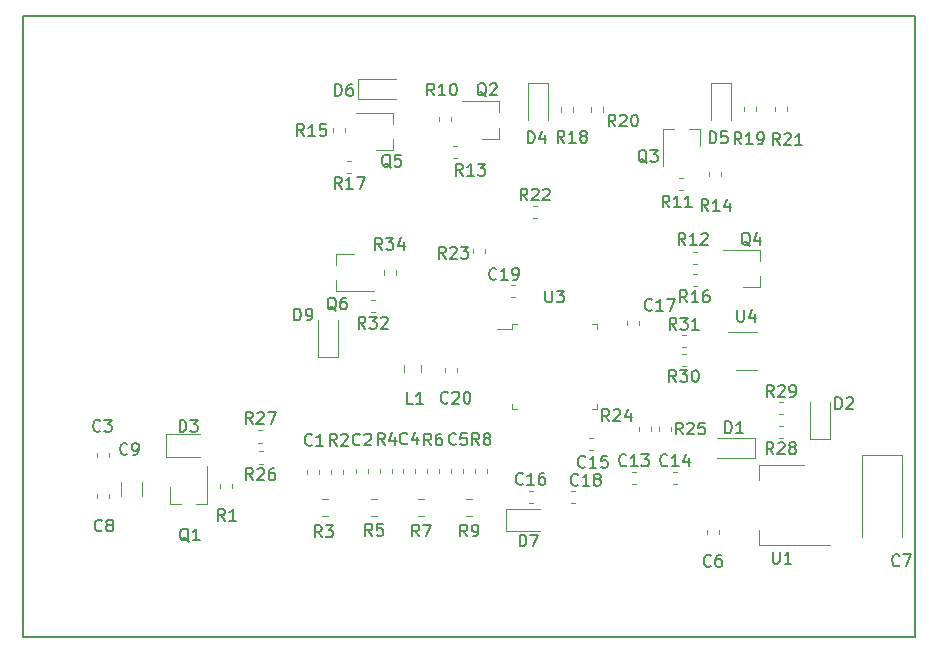
<source format=gbr>
G04 #@! TF.GenerationSoftware,KiCad,Pcbnew,5.1.6*
G04 #@! TF.CreationDate,2020-10-24T20:22:56+03:00*
G04 #@! TF.ProjectId,stm32,73746d33-322e-46b6-9963-61645f706362,rev?*
G04 #@! TF.SameCoordinates,Original*
G04 #@! TF.FileFunction,Legend,Top*
G04 #@! TF.FilePolarity,Positive*
%FSLAX46Y46*%
G04 Gerber Fmt 4.6, Leading zero omitted, Abs format (unit mm)*
G04 Created by KiCad (PCBNEW 5.1.6) date 2020-10-24 20:22:56*
%MOMM*%
%LPD*%
G01*
G04 APERTURE LIST*
G04 #@! TA.AperFunction,Profile*
%ADD10C,0.150000*%
G04 #@! TD*
%ADD11C,0.120000*%
%ADD12C,0.150000*%
G04 APERTURE END LIST*
D10*
X38000000Y-104500000D02*
X38000000Y-52000000D01*
X113500000Y-104500000D02*
X38000000Y-104500000D01*
X113500000Y-52000000D02*
X113500000Y-104500000D01*
X38000000Y-52000000D02*
X113500000Y-52000000D01*
D11*
X62040000Y-90715267D02*
X62040000Y-90372733D01*
X63060000Y-90715267D02*
X63060000Y-90372733D01*
X67187500Y-90679767D02*
X67187500Y-90337233D01*
X66167500Y-90679767D02*
X66167500Y-90337233D01*
X45267000Y-88954233D02*
X45267000Y-89296767D01*
X44247000Y-88954233D02*
X44247000Y-89296767D01*
X70168000Y-90665767D02*
X70168000Y-90323233D01*
X71188000Y-90665767D02*
X71188000Y-90323233D01*
X75252000Y-90651767D02*
X75252000Y-90309233D01*
X74232000Y-90651767D02*
X74232000Y-90309233D01*
X96892500Y-95494733D02*
X96892500Y-95837267D01*
X95872500Y-95494733D02*
X95872500Y-95837267D01*
X108997500Y-89096000D02*
X108997500Y-96031000D01*
X112417500Y-89096000D02*
X108997500Y-89096000D01*
X112417500Y-96031000D02*
X112417500Y-89096000D01*
X44247000Y-92761267D02*
X44247000Y-92418733D01*
X45267000Y-92761267D02*
X45267000Y-92418733D01*
X48080000Y-92607564D02*
X48080000Y-91403436D01*
X46260000Y-92607564D02*
X46260000Y-91403436D01*
X89872267Y-91590000D02*
X89529733Y-91590000D01*
X89872267Y-90570000D02*
X89529733Y-90570000D01*
X93050233Y-91590000D02*
X93392767Y-91590000D01*
X93050233Y-90570000D02*
X93392767Y-90570000D01*
X85938233Y-88732500D02*
X86280767Y-88732500D01*
X85938233Y-87712500D02*
X86280767Y-87712500D01*
X80794733Y-93177500D02*
X81137267Y-93177500D01*
X80794733Y-92157500D02*
X81137267Y-92157500D01*
X90161500Y-78106767D02*
X90161500Y-77764233D01*
X89141500Y-78106767D02*
X89141500Y-77764233D01*
X84350733Y-93177500D02*
X84693267Y-93177500D01*
X84350733Y-92157500D02*
X84693267Y-92157500D01*
X79676767Y-75778500D02*
X79334233Y-75778500D01*
X79676767Y-74758500D02*
X79334233Y-74758500D01*
X74731000Y-82107267D02*
X74731000Y-81764733D01*
X73711000Y-82107267D02*
X73711000Y-81764733D01*
X99930640Y-89390000D02*
X96780640Y-89390000D01*
X99930640Y-87690000D02*
X96780640Y-87690000D01*
X99930640Y-89390000D02*
X99930640Y-87690000D01*
X104613000Y-87793000D02*
X104613000Y-84643000D01*
X106313000Y-87793000D02*
X106313000Y-84643000D01*
X104613000Y-87793000D02*
X106313000Y-87793000D01*
X50127000Y-89309500D02*
X52987000Y-89309500D01*
X50127000Y-87389500D02*
X50127000Y-89309500D01*
X52987000Y-87389500D02*
X50127000Y-87389500D01*
X82411600Y-57602400D02*
X82411600Y-60752400D01*
X80711600Y-57602400D02*
X80711600Y-60752400D01*
X82411600Y-57602400D02*
X80711600Y-57602400D01*
X97905600Y-57602400D02*
X96205600Y-57602400D01*
X96205600Y-57602400D02*
X96205600Y-60752400D01*
X97905600Y-57602400D02*
X97905600Y-60752400D01*
X66372000Y-57273500D02*
X66372000Y-58973500D01*
X66372000Y-58973500D02*
X69522000Y-58973500D01*
X66372000Y-57273500D02*
X69522000Y-57273500D01*
X81761500Y-93676000D02*
X78901500Y-93676000D01*
X78901500Y-93676000D02*
X78901500Y-95596000D01*
X78901500Y-95596000D02*
X81761500Y-95596000D01*
X62931000Y-80824000D02*
X62931000Y-77674000D01*
X64631000Y-80824000D02*
X64631000Y-77674000D01*
X62931000Y-80824000D02*
X64631000Y-80824000D01*
X70272500Y-81538748D02*
X70272500Y-82061252D01*
X71692500Y-81538748D02*
X71692500Y-82061252D01*
X50420000Y-93260000D02*
X50420000Y-91800000D01*
X53580000Y-93260000D02*
X53580000Y-90100000D01*
X53580000Y-93260000D02*
X52650000Y-93260000D01*
X50420000Y-93260000D02*
X51350000Y-93260000D01*
X78281600Y-62332400D02*
X78281600Y-61402400D01*
X78281600Y-59172400D02*
X78281600Y-60102400D01*
X78281600Y-59172400D02*
X75121600Y-59172400D01*
X78281600Y-62332400D02*
X76821600Y-62332400D01*
X95332200Y-61533240D02*
X95332200Y-62993240D01*
X92172200Y-61533240D02*
X92172200Y-64693240D01*
X92172200Y-61533240D02*
X93102200Y-61533240D01*
X95332200Y-61533240D02*
X94402200Y-61533240D01*
X100405000Y-74943500D02*
X100405000Y-74013500D01*
X100405000Y-71783500D02*
X100405000Y-72713500D01*
X100405000Y-71783500D02*
X97245000Y-71783500D01*
X100405000Y-74943500D02*
X98945000Y-74943500D01*
X69340800Y-63297600D02*
X67880800Y-63297600D01*
X69340800Y-60137600D02*
X66180800Y-60137600D01*
X69340800Y-60137600D02*
X69340800Y-61067600D01*
X69340800Y-63297600D02*
X69340800Y-62367600D01*
X64512840Y-72094280D02*
X65972840Y-72094280D01*
X64512840Y-75254280D02*
X67672840Y-75254280D01*
X64512840Y-75254280D02*
X64512840Y-74324280D01*
X64512840Y-72094280D02*
X64512840Y-73024280D01*
X54661000Y-91557733D02*
X54661000Y-91900267D01*
X55681000Y-91557733D02*
X55681000Y-91900267D01*
X64072000Y-90715267D02*
X64072000Y-90372733D01*
X65092000Y-90715267D02*
X65092000Y-90372733D01*
X63295748Y-94252500D02*
X63818252Y-94252500D01*
X63295748Y-92832500D02*
X63818252Y-92832500D01*
X69219500Y-90651767D02*
X69219500Y-90309233D01*
X68199500Y-90651767D02*
X68199500Y-90309233D01*
X67441248Y-92832500D02*
X67963752Y-92832500D01*
X67441248Y-94252500D02*
X67963752Y-94252500D01*
X73220000Y-90679767D02*
X73220000Y-90337233D01*
X72200000Y-90679767D02*
X72200000Y-90337233D01*
X71423748Y-94252500D02*
X71946252Y-94252500D01*
X71423748Y-92832500D02*
X71946252Y-92832500D01*
X77284000Y-90651767D02*
X77284000Y-90309233D01*
X76264000Y-90651767D02*
X76264000Y-90309233D01*
X75487748Y-94252500D02*
X76010252Y-94252500D01*
X75487748Y-92832500D02*
X76010252Y-92832500D01*
X73177600Y-60490933D02*
X73177600Y-60833467D01*
X74197600Y-60490933D02*
X74197600Y-60833467D01*
X93520133Y-66698000D02*
X93862667Y-66698000D01*
X93520133Y-65678000D02*
X93862667Y-65678000D01*
X95043767Y-72921000D02*
X94701233Y-72921000D01*
X95043767Y-71901000D02*
X94701233Y-71901000D01*
X74733867Y-63954800D02*
X74391333Y-63954800D01*
X74733867Y-62934800D02*
X74391333Y-62934800D01*
X97108400Y-65141733D02*
X97108400Y-65484267D01*
X96088400Y-65141733D02*
X96088400Y-65484267D01*
X65206000Y-61456133D02*
X65206000Y-61798667D01*
X64186000Y-61456133D02*
X64186000Y-61798667D01*
X95015767Y-73806000D02*
X94673233Y-73806000D01*
X95015767Y-74826000D02*
X94673233Y-74826000D01*
X65770267Y-64204800D02*
X65427733Y-64204800D01*
X65770267Y-65224800D02*
X65427733Y-65224800D01*
X83540800Y-60048667D02*
X83540800Y-59706133D01*
X84560800Y-60048667D02*
X84560800Y-59706133D01*
X99034800Y-59997867D02*
X99034800Y-59655333D01*
X100054800Y-59997867D02*
X100054800Y-59655333D01*
X87100800Y-60048667D02*
X87100800Y-59706133D01*
X86080800Y-60048667D02*
X86080800Y-59706133D01*
X102645600Y-59997867D02*
X102645600Y-59655333D01*
X101625600Y-59997867D02*
X101625600Y-59655333D01*
X81492267Y-69083500D02*
X81149733Y-69083500D01*
X81492267Y-68063500D02*
X81149733Y-68063500D01*
X76060500Y-71682233D02*
X76060500Y-72024767D01*
X77080500Y-71682233D02*
X77080500Y-72024767D01*
X91114000Y-86767233D02*
X91114000Y-87109767D01*
X90094000Y-86767233D02*
X90094000Y-87109767D01*
X91808500Y-86767233D02*
X91808500Y-87109767D01*
X92828500Y-86767233D02*
X92828500Y-87109767D01*
X57972233Y-88828000D02*
X58314767Y-88828000D01*
X57972233Y-89848000D02*
X58314767Y-89848000D01*
X58251267Y-88070000D02*
X57908733Y-88070000D01*
X58251267Y-87050000D02*
X57908733Y-87050000D01*
X102346267Y-86633000D02*
X102003733Y-86633000D01*
X102346267Y-87653000D02*
X102003733Y-87653000D01*
X102003733Y-84664500D02*
X102346267Y-84664500D01*
X102003733Y-85684500D02*
X102346267Y-85684500D01*
X94091267Y-80537000D02*
X93748733Y-80537000D01*
X94091267Y-81557000D02*
X93748733Y-81557000D01*
X94091267Y-79969500D02*
X93748733Y-79969500D01*
X94091267Y-78949500D02*
X93748733Y-78949500D01*
X67450973Y-77018920D02*
X67793507Y-77018920D01*
X67450973Y-75998920D02*
X67793507Y-75998920D01*
X106324500Y-96776000D02*
X100314500Y-96776000D01*
X104074500Y-89956000D02*
X100314500Y-89956000D01*
X100314500Y-96776000D02*
X100314500Y-95516000D01*
X100314500Y-89956000D02*
X100314500Y-91216000D01*
X79366500Y-78453500D02*
X78076500Y-78453500D01*
X79366500Y-78003500D02*
X79366500Y-78453500D01*
X79816500Y-78003500D02*
X79366500Y-78003500D01*
X86586500Y-78003500D02*
X86586500Y-78453500D01*
X86136500Y-78003500D02*
X86586500Y-78003500D01*
X79366500Y-85223500D02*
X79366500Y-84773500D01*
X79816500Y-85223500D02*
X79366500Y-85223500D01*
X86586500Y-85223500D02*
X86586500Y-84773500D01*
X86136500Y-85223500D02*
X86586500Y-85223500D01*
X100119500Y-78675000D02*
X97669500Y-78675000D01*
X98319500Y-81895000D02*
X100119500Y-81895000D01*
X69535560Y-73849387D02*
X69535560Y-73506853D01*
X68515560Y-73849387D02*
X68515560Y-73506853D01*
D12*
X62446833Y-88248142D02*
X62399214Y-88295761D01*
X62256357Y-88343380D01*
X62161119Y-88343380D01*
X62018261Y-88295761D01*
X61923023Y-88200523D01*
X61875404Y-88105285D01*
X61827785Y-87914809D01*
X61827785Y-87771952D01*
X61875404Y-87581476D01*
X61923023Y-87486238D01*
X62018261Y-87391000D01*
X62161119Y-87343380D01*
X62256357Y-87343380D01*
X62399214Y-87391000D01*
X62446833Y-87438619D01*
X63399214Y-88343380D02*
X62827785Y-88343380D01*
X63113500Y-88343380D02*
X63113500Y-87343380D01*
X63018261Y-87486238D01*
X62923023Y-87581476D01*
X62827785Y-87629095D01*
X66510833Y-88212642D02*
X66463214Y-88260261D01*
X66320357Y-88307880D01*
X66225119Y-88307880D01*
X66082261Y-88260261D01*
X65987023Y-88165023D01*
X65939404Y-88069785D01*
X65891785Y-87879309D01*
X65891785Y-87736452D01*
X65939404Y-87545976D01*
X65987023Y-87450738D01*
X66082261Y-87355500D01*
X66225119Y-87307880D01*
X66320357Y-87307880D01*
X66463214Y-87355500D01*
X66510833Y-87403119D01*
X66891785Y-87403119D02*
X66939404Y-87355500D01*
X67034642Y-87307880D01*
X67272738Y-87307880D01*
X67367976Y-87355500D01*
X67415595Y-87403119D01*
X67463214Y-87498357D01*
X67463214Y-87593595D01*
X67415595Y-87736452D01*
X66844166Y-88307880D01*
X67463214Y-88307880D01*
X44526833Y-87055642D02*
X44479214Y-87103261D01*
X44336357Y-87150880D01*
X44241119Y-87150880D01*
X44098261Y-87103261D01*
X44003023Y-87008023D01*
X43955404Y-86912785D01*
X43907785Y-86722309D01*
X43907785Y-86579452D01*
X43955404Y-86388976D01*
X44003023Y-86293738D01*
X44098261Y-86198500D01*
X44241119Y-86150880D01*
X44336357Y-86150880D01*
X44479214Y-86198500D01*
X44526833Y-86246119D01*
X44860166Y-86150880D02*
X45479214Y-86150880D01*
X45145880Y-86531833D01*
X45288738Y-86531833D01*
X45383976Y-86579452D01*
X45431595Y-86627071D01*
X45479214Y-86722309D01*
X45479214Y-86960404D01*
X45431595Y-87055642D01*
X45383976Y-87103261D01*
X45288738Y-87150880D01*
X45003023Y-87150880D01*
X44907785Y-87103261D01*
X44860166Y-87055642D01*
X70511333Y-88135142D02*
X70463714Y-88182761D01*
X70320857Y-88230380D01*
X70225619Y-88230380D01*
X70082761Y-88182761D01*
X69987523Y-88087523D01*
X69939904Y-87992285D01*
X69892285Y-87801809D01*
X69892285Y-87658952D01*
X69939904Y-87468476D01*
X69987523Y-87373238D01*
X70082761Y-87278000D01*
X70225619Y-87230380D01*
X70320857Y-87230380D01*
X70463714Y-87278000D01*
X70511333Y-87325619D01*
X71368476Y-87563714D02*
X71368476Y-88230380D01*
X71130380Y-87182761D02*
X70892285Y-87897047D01*
X71511333Y-87897047D01*
X74638833Y-88184642D02*
X74591214Y-88232261D01*
X74448357Y-88279880D01*
X74353119Y-88279880D01*
X74210261Y-88232261D01*
X74115023Y-88137023D01*
X74067404Y-88041785D01*
X74019785Y-87851309D01*
X74019785Y-87708452D01*
X74067404Y-87517976D01*
X74115023Y-87422738D01*
X74210261Y-87327500D01*
X74353119Y-87279880D01*
X74448357Y-87279880D01*
X74591214Y-87327500D01*
X74638833Y-87375119D01*
X75543595Y-87279880D02*
X75067404Y-87279880D01*
X75019785Y-87756071D01*
X75067404Y-87708452D01*
X75162642Y-87660833D01*
X75400738Y-87660833D01*
X75495976Y-87708452D01*
X75543595Y-87756071D01*
X75591214Y-87851309D01*
X75591214Y-88089404D01*
X75543595Y-88184642D01*
X75495976Y-88232261D01*
X75400738Y-88279880D01*
X75162642Y-88279880D01*
X75067404Y-88232261D01*
X75019785Y-88184642D01*
X96215833Y-98485642D02*
X96168214Y-98533261D01*
X96025357Y-98580880D01*
X95930119Y-98580880D01*
X95787261Y-98533261D01*
X95692023Y-98438023D01*
X95644404Y-98342785D01*
X95596785Y-98152309D01*
X95596785Y-98009452D01*
X95644404Y-97818976D01*
X95692023Y-97723738D01*
X95787261Y-97628500D01*
X95930119Y-97580880D01*
X96025357Y-97580880D01*
X96168214Y-97628500D01*
X96215833Y-97676119D01*
X97072976Y-97580880D02*
X96882500Y-97580880D01*
X96787261Y-97628500D01*
X96739642Y-97676119D01*
X96644404Y-97818976D01*
X96596785Y-98009452D01*
X96596785Y-98390404D01*
X96644404Y-98485642D01*
X96692023Y-98533261D01*
X96787261Y-98580880D01*
X96977738Y-98580880D01*
X97072976Y-98533261D01*
X97120595Y-98485642D01*
X97168214Y-98390404D01*
X97168214Y-98152309D01*
X97120595Y-98057071D01*
X97072976Y-98009452D01*
X96977738Y-97961833D01*
X96787261Y-97961833D01*
X96692023Y-98009452D01*
X96644404Y-98057071D01*
X96596785Y-98152309D01*
X112188333Y-98448642D02*
X112140714Y-98496261D01*
X111997857Y-98543880D01*
X111902619Y-98543880D01*
X111759761Y-98496261D01*
X111664523Y-98401023D01*
X111616904Y-98305785D01*
X111569285Y-98115309D01*
X111569285Y-97972452D01*
X111616904Y-97781976D01*
X111664523Y-97686738D01*
X111759761Y-97591500D01*
X111902619Y-97543880D01*
X111997857Y-97543880D01*
X112140714Y-97591500D01*
X112188333Y-97639119D01*
X112521666Y-97543880D02*
X113188333Y-97543880D01*
X112759761Y-98543880D01*
X44653833Y-95501142D02*
X44606214Y-95548761D01*
X44463357Y-95596380D01*
X44368119Y-95596380D01*
X44225261Y-95548761D01*
X44130023Y-95453523D01*
X44082404Y-95358285D01*
X44034785Y-95167809D01*
X44034785Y-95024952D01*
X44082404Y-94834476D01*
X44130023Y-94739238D01*
X44225261Y-94644000D01*
X44368119Y-94596380D01*
X44463357Y-94596380D01*
X44606214Y-94644000D01*
X44653833Y-94691619D01*
X45225261Y-95024952D02*
X45130023Y-94977333D01*
X45082404Y-94929714D01*
X45034785Y-94834476D01*
X45034785Y-94786857D01*
X45082404Y-94691619D01*
X45130023Y-94644000D01*
X45225261Y-94596380D01*
X45415738Y-94596380D01*
X45510976Y-94644000D01*
X45558595Y-94691619D01*
X45606214Y-94786857D01*
X45606214Y-94834476D01*
X45558595Y-94929714D01*
X45510976Y-94977333D01*
X45415738Y-95024952D01*
X45225261Y-95024952D01*
X45130023Y-95072571D01*
X45082404Y-95120190D01*
X45034785Y-95215428D01*
X45034785Y-95405904D01*
X45082404Y-95501142D01*
X45130023Y-95548761D01*
X45225261Y-95596380D01*
X45415738Y-95596380D01*
X45510976Y-95548761D01*
X45558595Y-95501142D01*
X45606214Y-95405904D01*
X45606214Y-95215428D01*
X45558595Y-95120190D01*
X45510976Y-95072571D01*
X45415738Y-95024952D01*
X46812833Y-89033642D02*
X46765214Y-89081261D01*
X46622357Y-89128880D01*
X46527119Y-89128880D01*
X46384261Y-89081261D01*
X46289023Y-88986023D01*
X46241404Y-88890785D01*
X46193785Y-88700309D01*
X46193785Y-88557452D01*
X46241404Y-88366976D01*
X46289023Y-88271738D01*
X46384261Y-88176500D01*
X46527119Y-88128880D01*
X46622357Y-88128880D01*
X46765214Y-88176500D01*
X46812833Y-88224119D01*
X47289023Y-89128880D02*
X47479500Y-89128880D01*
X47574738Y-89081261D01*
X47622357Y-89033642D01*
X47717595Y-88890785D01*
X47765214Y-88700309D01*
X47765214Y-88319357D01*
X47717595Y-88224119D01*
X47669976Y-88176500D01*
X47574738Y-88128880D01*
X47384261Y-88128880D01*
X47289023Y-88176500D01*
X47241404Y-88224119D01*
X47193785Y-88319357D01*
X47193785Y-88557452D01*
X47241404Y-88652690D01*
X47289023Y-88700309D01*
X47384261Y-88747928D01*
X47574738Y-88747928D01*
X47669976Y-88700309D01*
X47717595Y-88652690D01*
X47765214Y-88557452D01*
X89058142Y-89976642D02*
X89010523Y-90024261D01*
X88867666Y-90071880D01*
X88772428Y-90071880D01*
X88629571Y-90024261D01*
X88534333Y-89929023D01*
X88486714Y-89833785D01*
X88439095Y-89643309D01*
X88439095Y-89500452D01*
X88486714Y-89309976D01*
X88534333Y-89214738D01*
X88629571Y-89119500D01*
X88772428Y-89071880D01*
X88867666Y-89071880D01*
X89010523Y-89119500D01*
X89058142Y-89167119D01*
X90010523Y-90071880D02*
X89439095Y-90071880D01*
X89724809Y-90071880D02*
X89724809Y-89071880D01*
X89629571Y-89214738D01*
X89534333Y-89309976D01*
X89439095Y-89357595D01*
X90343857Y-89071880D02*
X90962904Y-89071880D01*
X90629571Y-89452833D01*
X90772428Y-89452833D01*
X90867666Y-89500452D01*
X90915285Y-89548071D01*
X90962904Y-89643309D01*
X90962904Y-89881404D01*
X90915285Y-89976642D01*
X90867666Y-90024261D01*
X90772428Y-90071880D01*
X90486714Y-90071880D01*
X90391476Y-90024261D01*
X90343857Y-89976642D01*
X92529142Y-89976642D02*
X92481523Y-90024261D01*
X92338666Y-90071880D01*
X92243428Y-90071880D01*
X92100571Y-90024261D01*
X92005333Y-89929023D01*
X91957714Y-89833785D01*
X91910095Y-89643309D01*
X91910095Y-89500452D01*
X91957714Y-89309976D01*
X92005333Y-89214738D01*
X92100571Y-89119500D01*
X92243428Y-89071880D01*
X92338666Y-89071880D01*
X92481523Y-89119500D01*
X92529142Y-89167119D01*
X93481523Y-90071880D02*
X92910095Y-90071880D01*
X93195809Y-90071880D02*
X93195809Y-89071880D01*
X93100571Y-89214738D01*
X93005333Y-89309976D01*
X92910095Y-89357595D01*
X94338666Y-89405214D02*
X94338666Y-90071880D01*
X94100571Y-89024261D02*
X93862476Y-89738547D01*
X94481523Y-89738547D01*
X85579642Y-90103642D02*
X85532023Y-90151261D01*
X85389166Y-90198880D01*
X85293928Y-90198880D01*
X85151071Y-90151261D01*
X85055833Y-90056023D01*
X85008214Y-89960785D01*
X84960595Y-89770309D01*
X84960595Y-89627452D01*
X85008214Y-89436976D01*
X85055833Y-89341738D01*
X85151071Y-89246500D01*
X85293928Y-89198880D01*
X85389166Y-89198880D01*
X85532023Y-89246500D01*
X85579642Y-89294119D01*
X86532023Y-90198880D02*
X85960595Y-90198880D01*
X86246309Y-90198880D02*
X86246309Y-89198880D01*
X86151071Y-89341738D01*
X86055833Y-89436976D01*
X85960595Y-89484595D01*
X87436785Y-89198880D02*
X86960595Y-89198880D01*
X86912976Y-89675071D01*
X86960595Y-89627452D01*
X87055833Y-89579833D01*
X87293928Y-89579833D01*
X87389166Y-89627452D01*
X87436785Y-89675071D01*
X87484404Y-89770309D01*
X87484404Y-90008404D01*
X87436785Y-90103642D01*
X87389166Y-90151261D01*
X87293928Y-90198880D01*
X87055833Y-90198880D01*
X86960595Y-90151261D01*
X86912976Y-90103642D01*
X80309142Y-91547642D02*
X80261523Y-91595261D01*
X80118666Y-91642880D01*
X80023428Y-91642880D01*
X79880571Y-91595261D01*
X79785333Y-91500023D01*
X79737714Y-91404785D01*
X79690095Y-91214309D01*
X79690095Y-91071452D01*
X79737714Y-90880976D01*
X79785333Y-90785738D01*
X79880571Y-90690500D01*
X80023428Y-90642880D01*
X80118666Y-90642880D01*
X80261523Y-90690500D01*
X80309142Y-90738119D01*
X81261523Y-91642880D02*
X80690095Y-91642880D01*
X80975809Y-91642880D02*
X80975809Y-90642880D01*
X80880571Y-90785738D01*
X80785333Y-90880976D01*
X80690095Y-90928595D01*
X82118666Y-90642880D02*
X81928190Y-90642880D01*
X81832952Y-90690500D01*
X81785333Y-90738119D01*
X81690095Y-90880976D01*
X81642476Y-91071452D01*
X81642476Y-91452404D01*
X81690095Y-91547642D01*
X81737714Y-91595261D01*
X81832952Y-91642880D01*
X82023428Y-91642880D01*
X82118666Y-91595261D01*
X82166285Y-91547642D01*
X82213904Y-91452404D01*
X82213904Y-91214309D01*
X82166285Y-91119071D01*
X82118666Y-91071452D01*
X82023428Y-91023833D01*
X81832952Y-91023833D01*
X81737714Y-91071452D01*
X81690095Y-91119071D01*
X81642476Y-91214309D01*
X91231142Y-76818142D02*
X91183523Y-76865761D01*
X91040666Y-76913380D01*
X90945428Y-76913380D01*
X90802571Y-76865761D01*
X90707333Y-76770523D01*
X90659714Y-76675285D01*
X90612095Y-76484809D01*
X90612095Y-76341952D01*
X90659714Y-76151476D01*
X90707333Y-76056238D01*
X90802571Y-75961000D01*
X90945428Y-75913380D01*
X91040666Y-75913380D01*
X91183523Y-75961000D01*
X91231142Y-76008619D01*
X92183523Y-76913380D02*
X91612095Y-76913380D01*
X91897809Y-76913380D02*
X91897809Y-75913380D01*
X91802571Y-76056238D01*
X91707333Y-76151476D01*
X91612095Y-76199095D01*
X92516857Y-75913380D02*
X93183523Y-75913380D01*
X92754952Y-76913380D01*
X84982142Y-91627642D02*
X84934523Y-91675261D01*
X84791666Y-91722880D01*
X84696428Y-91722880D01*
X84553571Y-91675261D01*
X84458333Y-91580023D01*
X84410714Y-91484785D01*
X84363095Y-91294309D01*
X84363095Y-91151452D01*
X84410714Y-90960976D01*
X84458333Y-90865738D01*
X84553571Y-90770500D01*
X84696428Y-90722880D01*
X84791666Y-90722880D01*
X84934523Y-90770500D01*
X84982142Y-90818119D01*
X85934523Y-91722880D02*
X85363095Y-91722880D01*
X85648809Y-91722880D02*
X85648809Y-90722880D01*
X85553571Y-90865738D01*
X85458333Y-90960976D01*
X85363095Y-91008595D01*
X86505952Y-91151452D02*
X86410714Y-91103833D01*
X86363095Y-91056214D01*
X86315476Y-90960976D01*
X86315476Y-90913357D01*
X86363095Y-90818119D01*
X86410714Y-90770500D01*
X86505952Y-90722880D01*
X86696428Y-90722880D01*
X86791666Y-90770500D01*
X86839285Y-90818119D01*
X86886904Y-90913357D01*
X86886904Y-90960976D01*
X86839285Y-91056214D01*
X86791666Y-91103833D01*
X86696428Y-91151452D01*
X86505952Y-91151452D01*
X86410714Y-91199071D01*
X86363095Y-91246690D01*
X86315476Y-91341928D01*
X86315476Y-91532404D01*
X86363095Y-91627642D01*
X86410714Y-91675261D01*
X86505952Y-91722880D01*
X86696428Y-91722880D01*
X86791666Y-91675261D01*
X86839285Y-91627642D01*
X86886904Y-91532404D01*
X86886904Y-91341928D01*
X86839285Y-91246690D01*
X86791666Y-91199071D01*
X86696428Y-91151452D01*
X78060642Y-74201142D02*
X78013023Y-74248761D01*
X77870166Y-74296380D01*
X77774928Y-74296380D01*
X77632071Y-74248761D01*
X77536833Y-74153523D01*
X77489214Y-74058285D01*
X77441595Y-73867809D01*
X77441595Y-73724952D01*
X77489214Y-73534476D01*
X77536833Y-73439238D01*
X77632071Y-73344000D01*
X77774928Y-73296380D01*
X77870166Y-73296380D01*
X78013023Y-73344000D01*
X78060642Y-73391619D01*
X79013023Y-74296380D02*
X78441595Y-74296380D01*
X78727309Y-74296380D02*
X78727309Y-73296380D01*
X78632071Y-73439238D01*
X78536833Y-73534476D01*
X78441595Y-73582095D01*
X79489214Y-74296380D02*
X79679690Y-74296380D01*
X79774928Y-74248761D01*
X79822547Y-74201142D01*
X79917785Y-74058285D01*
X79965404Y-73867809D01*
X79965404Y-73486857D01*
X79917785Y-73391619D01*
X79870166Y-73344000D01*
X79774928Y-73296380D01*
X79584452Y-73296380D01*
X79489214Y-73344000D01*
X79441595Y-73391619D01*
X79393976Y-73486857D01*
X79393976Y-73724952D01*
X79441595Y-73820190D01*
X79489214Y-73867809D01*
X79584452Y-73915428D01*
X79774928Y-73915428D01*
X79870166Y-73867809D01*
X79917785Y-73820190D01*
X79965404Y-73724952D01*
X73959142Y-84680742D02*
X73911523Y-84728361D01*
X73768666Y-84775980D01*
X73673428Y-84775980D01*
X73530571Y-84728361D01*
X73435333Y-84633123D01*
X73387714Y-84537885D01*
X73340095Y-84347409D01*
X73340095Y-84204552D01*
X73387714Y-84014076D01*
X73435333Y-83918838D01*
X73530571Y-83823600D01*
X73673428Y-83775980D01*
X73768666Y-83775980D01*
X73911523Y-83823600D01*
X73959142Y-83871219D01*
X74340095Y-83871219D02*
X74387714Y-83823600D01*
X74482952Y-83775980D01*
X74721047Y-83775980D01*
X74816285Y-83823600D01*
X74863904Y-83871219D01*
X74911523Y-83966457D01*
X74911523Y-84061695D01*
X74863904Y-84204552D01*
X74292476Y-84775980D01*
X74911523Y-84775980D01*
X75530571Y-83775980D02*
X75625809Y-83775980D01*
X75721047Y-83823600D01*
X75768666Y-83871219D01*
X75816285Y-83966457D01*
X75863904Y-84156933D01*
X75863904Y-84395028D01*
X75816285Y-84585504D01*
X75768666Y-84680742D01*
X75721047Y-84728361D01*
X75625809Y-84775980D01*
X75530571Y-84775980D01*
X75435333Y-84728361D01*
X75387714Y-84680742D01*
X75340095Y-84585504D01*
X75292476Y-84395028D01*
X75292476Y-84156933D01*
X75340095Y-83966457D01*
X75387714Y-83871219D01*
X75435333Y-83823600D01*
X75530571Y-83775980D01*
X97434464Y-87280420D02*
X97434464Y-86280420D01*
X97672560Y-86280420D01*
X97815417Y-86328040D01*
X97910655Y-86423278D01*
X97958274Y-86518516D01*
X98005893Y-86708992D01*
X98005893Y-86851849D01*
X97958274Y-87042325D01*
X97910655Y-87137563D01*
X97815417Y-87232801D01*
X97672560Y-87280420D01*
X97434464Y-87280420D01*
X98958274Y-87280420D02*
X98386845Y-87280420D01*
X98672560Y-87280420D02*
X98672560Y-86280420D01*
X98577321Y-86423278D01*
X98482083Y-86518516D01*
X98386845Y-86566135D01*
X106756904Y-85245880D02*
X106756904Y-84245880D01*
X106995000Y-84245880D01*
X107137857Y-84293500D01*
X107233095Y-84388738D01*
X107280714Y-84483976D01*
X107328333Y-84674452D01*
X107328333Y-84817309D01*
X107280714Y-85007785D01*
X107233095Y-85103023D01*
X107137857Y-85198261D01*
X106995000Y-85245880D01*
X106756904Y-85245880D01*
X107709285Y-84341119D02*
X107756904Y-84293500D01*
X107852142Y-84245880D01*
X108090238Y-84245880D01*
X108185476Y-84293500D01*
X108233095Y-84341119D01*
X108280714Y-84436357D01*
X108280714Y-84531595D01*
X108233095Y-84674452D01*
X107661666Y-85245880D01*
X108280714Y-85245880D01*
X51248904Y-87151880D02*
X51248904Y-86151880D01*
X51487000Y-86151880D01*
X51629857Y-86199500D01*
X51725095Y-86294738D01*
X51772714Y-86389976D01*
X51820333Y-86580452D01*
X51820333Y-86723309D01*
X51772714Y-86913785D01*
X51725095Y-87009023D01*
X51629857Y-87104261D01*
X51487000Y-87151880D01*
X51248904Y-87151880D01*
X52153666Y-86151880D02*
X52772714Y-86151880D01*
X52439380Y-86532833D01*
X52582238Y-86532833D01*
X52677476Y-86580452D01*
X52725095Y-86628071D01*
X52772714Y-86723309D01*
X52772714Y-86961404D01*
X52725095Y-87056642D01*
X52677476Y-87104261D01*
X52582238Y-87151880D01*
X52296523Y-87151880D01*
X52201285Y-87104261D01*
X52153666Y-87056642D01*
X80721904Y-62728780D02*
X80721904Y-61728780D01*
X80960000Y-61728780D01*
X81102857Y-61776400D01*
X81198095Y-61871638D01*
X81245714Y-61966876D01*
X81293333Y-62157352D01*
X81293333Y-62300209D01*
X81245714Y-62490685D01*
X81198095Y-62585923D01*
X81102857Y-62681161D01*
X80960000Y-62728780D01*
X80721904Y-62728780D01*
X82150476Y-62062114D02*
X82150476Y-62728780D01*
X81912380Y-61681161D02*
X81674285Y-62395447D01*
X82293333Y-62395447D01*
X96114304Y-62728780D02*
X96114304Y-61728780D01*
X96352400Y-61728780D01*
X96495257Y-61776400D01*
X96590495Y-61871638D01*
X96638114Y-61966876D01*
X96685733Y-62157352D01*
X96685733Y-62300209D01*
X96638114Y-62490685D01*
X96590495Y-62585923D01*
X96495257Y-62681161D01*
X96352400Y-62728780D01*
X96114304Y-62728780D01*
X97590495Y-61728780D02*
X97114304Y-61728780D01*
X97066685Y-62204971D01*
X97114304Y-62157352D01*
X97209542Y-62109733D01*
X97447638Y-62109733D01*
X97542876Y-62157352D01*
X97590495Y-62204971D01*
X97638114Y-62300209D01*
X97638114Y-62538304D01*
X97590495Y-62633542D01*
X97542876Y-62681161D01*
X97447638Y-62728780D01*
X97209542Y-62728780D01*
X97114304Y-62681161D01*
X97066685Y-62633542D01*
X64415104Y-58715580D02*
X64415104Y-57715580D01*
X64653200Y-57715580D01*
X64796057Y-57763200D01*
X64891295Y-57858438D01*
X64938914Y-57953676D01*
X64986533Y-58144152D01*
X64986533Y-58287009D01*
X64938914Y-58477485D01*
X64891295Y-58572723D01*
X64796057Y-58667961D01*
X64653200Y-58715580D01*
X64415104Y-58715580D01*
X65843676Y-57715580D02*
X65653200Y-57715580D01*
X65557961Y-57763200D01*
X65510342Y-57810819D01*
X65415104Y-57953676D01*
X65367485Y-58144152D01*
X65367485Y-58525104D01*
X65415104Y-58620342D01*
X65462723Y-58667961D01*
X65557961Y-58715580D01*
X65748438Y-58715580D01*
X65843676Y-58667961D01*
X65891295Y-58620342D01*
X65938914Y-58525104D01*
X65938914Y-58287009D01*
X65891295Y-58191771D01*
X65843676Y-58144152D01*
X65748438Y-58096533D01*
X65557961Y-58096533D01*
X65462723Y-58144152D01*
X65415104Y-58191771D01*
X65367485Y-58287009D01*
X80023404Y-96866380D02*
X80023404Y-95866380D01*
X80261500Y-95866380D01*
X80404357Y-95914000D01*
X80499595Y-96009238D01*
X80547214Y-96104476D01*
X80594833Y-96294952D01*
X80594833Y-96437809D01*
X80547214Y-96628285D01*
X80499595Y-96723523D01*
X80404357Y-96818761D01*
X80261500Y-96866380D01*
X80023404Y-96866380D01*
X80928166Y-95866380D02*
X81594833Y-95866380D01*
X81166261Y-96866380D01*
X60947404Y-77725380D02*
X60947404Y-76725380D01*
X61185500Y-76725380D01*
X61328357Y-76773000D01*
X61423595Y-76868238D01*
X61471214Y-76963476D01*
X61518833Y-77153952D01*
X61518833Y-77296809D01*
X61471214Y-77487285D01*
X61423595Y-77582523D01*
X61328357Y-77677761D01*
X61185500Y-77725380D01*
X60947404Y-77725380D01*
X61995023Y-77725380D02*
X62185500Y-77725380D01*
X62280738Y-77677761D01*
X62328357Y-77630142D01*
X62423595Y-77487285D01*
X62471214Y-77296809D01*
X62471214Y-76915857D01*
X62423595Y-76820619D01*
X62375976Y-76773000D01*
X62280738Y-76725380D01*
X62090261Y-76725380D01*
X61995023Y-76773000D01*
X61947404Y-76820619D01*
X61899785Y-76915857D01*
X61899785Y-77153952D01*
X61947404Y-77249190D01*
X61995023Y-77296809D01*
X62090261Y-77344428D01*
X62280738Y-77344428D01*
X62375976Y-77296809D01*
X62423595Y-77249190D01*
X62471214Y-77153952D01*
X70980933Y-84826780D02*
X70504742Y-84826780D01*
X70504742Y-83826780D01*
X71838076Y-84826780D02*
X71266647Y-84826780D01*
X71552361Y-84826780D02*
X71552361Y-83826780D01*
X71457123Y-83969638D01*
X71361885Y-84064876D01*
X71266647Y-84112495D01*
X52027761Y-96453619D02*
X51932523Y-96406000D01*
X51837285Y-96310761D01*
X51694428Y-96167904D01*
X51599190Y-96120285D01*
X51503952Y-96120285D01*
X51551571Y-96358380D02*
X51456333Y-96310761D01*
X51361095Y-96215523D01*
X51313476Y-96025047D01*
X51313476Y-95691714D01*
X51361095Y-95501238D01*
X51456333Y-95406000D01*
X51551571Y-95358380D01*
X51742047Y-95358380D01*
X51837285Y-95406000D01*
X51932523Y-95501238D01*
X51980142Y-95691714D01*
X51980142Y-96025047D01*
X51932523Y-96215523D01*
X51837285Y-96310761D01*
X51742047Y-96358380D01*
X51551571Y-96358380D01*
X52932523Y-96358380D02*
X52361095Y-96358380D01*
X52646809Y-96358380D02*
X52646809Y-95358380D01*
X52551571Y-95501238D01*
X52456333Y-95596476D01*
X52361095Y-95644095D01*
X77199161Y-58760019D02*
X77103923Y-58712400D01*
X77008685Y-58617161D01*
X76865828Y-58474304D01*
X76770590Y-58426685D01*
X76675352Y-58426685D01*
X76722971Y-58664780D02*
X76627733Y-58617161D01*
X76532495Y-58521923D01*
X76484876Y-58331447D01*
X76484876Y-57998114D01*
X76532495Y-57807638D01*
X76627733Y-57712400D01*
X76722971Y-57664780D01*
X76913447Y-57664780D01*
X77008685Y-57712400D01*
X77103923Y-57807638D01*
X77151542Y-57998114D01*
X77151542Y-58331447D01*
X77103923Y-58521923D01*
X77008685Y-58617161D01*
X76913447Y-58664780D01*
X76722971Y-58664780D01*
X77532495Y-57760019D02*
X77580114Y-57712400D01*
X77675352Y-57664780D01*
X77913447Y-57664780D01*
X78008685Y-57712400D01*
X78056304Y-57760019D01*
X78103923Y-57855257D01*
X78103923Y-57950495D01*
X78056304Y-58093352D01*
X77484876Y-58664780D01*
X78103923Y-58664780D01*
X90813561Y-64398819D02*
X90718323Y-64351200D01*
X90623085Y-64255961D01*
X90480228Y-64113104D01*
X90384990Y-64065485D01*
X90289752Y-64065485D01*
X90337371Y-64303580D02*
X90242133Y-64255961D01*
X90146895Y-64160723D01*
X90099276Y-63970247D01*
X90099276Y-63636914D01*
X90146895Y-63446438D01*
X90242133Y-63351200D01*
X90337371Y-63303580D01*
X90527847Y-63303580D01*
X90623085Y-63351200D01*
X90718323Y-63446438D01*
X90765942Y-63636914D01*
X90765942Y-63970247D01*
X90718323Y-64160723D01*
X90623085Y-64255961D01*
X90527847Y-64303580D01*
X90337371Y-64303580D01*
X91099276Y-63303580D02*
X91718323Y-63303580D01*
X91384990Y-63684533D01*
X91527847Y-63684533D01*
X91623085Y-63732152D01*
X91670704Y-63779771D01*
X91718323Y-63875009D01*
X91718323Y-64113104D01*
X91670704Y-64208342D01*
X91623085Y-64255961D01*
X91527847Y-64303580D01*
X91242133Y-64303580D01*
X91146895Y-64255961D01*
X91099276Y-64208342D01*
X99549761Y-71411119D02*
X99454523Y-71363500D01*
X99359285Y-71268261D01*
X99216428Y-71125404D01*
X99121190Y-71077785D01*
X99025952Y-71077785D01*
X99073571Y-71315880D02*
X98978333Y-71268261D01*
X98883095Y-71173023D01*
X98835476Y-70982547D01*
X98835476Y-70649214D01*
X98883095Y-70458738D01*
X98978333Y-70363500D01*
X99073571Y-70315880D01*
X99264047Y-70315880D01*
X99359285Y-70363500D01*
X99454523Y-70458738D01*
X99502142Y-70649214D01*
X99502142Y-70982547D01*
X99454523Y-71173023D01*
X99359285Y-71268261D01*
X99264047Y-71315880D01*
X99073571Y-71315880D01*
X100359285Y-70649214D02*
X100359285Y-71315880D01*
X100121190Y-70268261D02*
X99883095Y-70982547D01*
X100502142Y-70982547D01*
X69121961Y-64805219D02*
X69026723Y-64757600D01*
X68931485Y-64662361D01*
X68788628Y-64519504D01*
X68693390Y-64471885D01*
X68598152Y-64471885D01*
X68645771Y-64709980D02*
X68550533Y-64662361D01*
X68455295Y-64567123D01*
X68407676Y-64376647D01*
X68407676Y-64043314D01*
X68455295Y-63852838D01*
X68550533Y-63757600D01*
X68645771Y-63709980D01*
X68836247Y-63709980D01*
X68931485Y-63757600D01*
X69026723Y-63852838D01*
X69074342Y-64043314D01*
X69074342Y-64376647D01*
X69026723Y-64567123D01*
X68931485Y-64662361D01*
X68836247Y-64709980D01*
X68645771Y-64709980D01*
X69979104Y-63709980D02*
X69502914Y-63709980D01*
X69455295Y-64186171D01*
X69502914Y-64138552D01*
X69598152Y-64090933D01*
X69836247Y-64090933D01*
X69931485Y-64138552D01*
X69979104Y-64186171D01*
X70026723Y-64281409D01*
X70026723Y-64519504D01*
X69979104Y-64614742D01*
X69931485Y-64662361D01*
X69836247Y-64709980D01*
X69598152Y-64709980D01*
X69502914Y-64662361D01*
X69455295Y-64614742D01*
X64500561Y-76893979D02*
X64405323Y-76846360D01*
X64310085Y-76751121D01*
X64167228Y-76608264D01*
X64071990Y-76560645D01*
X63976752Y-76560645D01*
X64024371Y-76798740D02*
X63929133Y-76751121D01*
X63833895Y-76655883D01*
X63786276Y-76465407D01*
X63786276Y-76132074D01*
X63833895Y-75941598D01*
X63929133Y-75846360D01*
X64024371Y-75798740D01*
X64214847Y-75798740D01*
X64310085Y-75846360D01*
X64405323Y-75941598D01*
X64452942Y-76132074D01*
X64452942Y-76465407D01*
X64405323Y-76655883D01*
X64310085Y-76751121D01*
X64214847Y-76798740D01*
X64024371Y-76798740D01*
X65310085Y-75798740D02*
X65119609Y-75798740D01*
X65024371Y-75846360D01*
X64976752Y-75893979D01*
X64881514Y-76036836D01*
X64833895Y-76227312D01*
X64833895Y-76608264D01*
X64881514Y-76703502D01*
X64929133Y-76751121D01*
X65024371Y-76798740D01*
X65214847Y-76798740D01*
X65310085Y-76751121D01*
X65357704Y-76703502D01*
X65405323Y-76608264D01*
X65405323Y-76370169D01*
X65357704Y-76274931D01*
X65310085Y-76227312D01*
X65214847Y-76179693D01*
X65024371Y-76179693D01*
X64929133Y-76227312D01*
X64881514Y-76274931D01*
X64833895Y-76370169D01*
X55067833Y-94707380D02*
X54734500Y-94231190D01*
X54496404Y-94707380D02*
X54496404Y-93707380D01*
X54877357Y-93707380D01*
X54972595Y-93755000D01*
X55020214Y-93802619D01*
X55067833Y-93897857D01*
X55067833Y-94040714D01*
X55020214Y-94135952D01*
X54972595Y-94183571D01*
X54877357Y-94231190D01*
X54496404Y-94231190D01*
X56020214Y-94707380D02*
X55448785Y-94707380D01*
X55734500Y-94707380D02*
X55734500Y-93707380D01*
X55639261Y-93850238D01*
X55544023Y-93945476D01*
X55448785Y-93993095D01*
X64542333Y-88329380D02*
X64209000Y-87853190D01*
X63970904Y-88329380D02*
X63970904Y-87329380D01*
X64351857Y-87329380D01*
X64447095Y-87377000D01*
X64494714Y-87424619D01*
X64542333Y-87519857D01*
X64542333Y-87662714D01*
X64494714Y-87757952D01*
X64447095Y-87805571D01*
X64351857Y-87853190D01*
X63970904Y-87853190D01*
X64923285Y-87424619D02*
X64970904Y-87377000D01*
X65066142Y-87329380D01*
X65304238Y-87329380D01*
X65399476Y-87377000D01*
X65447095Y-87424619D01*
X65494714Y-87519857D01*
X65494714Y-87615095D01*
X65447095Y-87757952D01*
X64875666Y-88329380D01*
X65494714Y-88329380D01*
X63272333Y-96090380D02*
X62939000Y-95614190D01*
X62700904Y-96090380D02*
X62700904Y-95090380D01*
X63081857Y-95090380D01*
X63177095Y-95138000D01*
X63224714Y-95185619D01*
X63272333Y-95280857D01*
X63272333Y-95423714D01*
X63224714Y-95518952D01*
X63177095Y-95566571D01*
X63081857Y-95614190D01*
X62700904Y-95614190D01*
X63605666Y-95090380D02*
X64224714Y-95090380D01*
X63891380Y-95471333D01*
X64034238Y-95471333D01*
X64129476Y-95518952D01*
X64177095Y-95566571D01*
X64224714Y-95661809D01*
X64224714Y-95899904D01*
X64177095Y-95995142D01*
X64129476Y-96042761D01*
X64034238Y-96090380D01*
X63748523Y-96090380D01*
X63653285Y-96042761D01*
X63605666Y-95995142D01*
X68606333Y-88265880D02*
X68273000Y-87789690D01*
X68034904Y-88265880D02*
X68034904Y-87265880D01*
X68415857Y-87265880D01*
X68511095Y-87313500D01*
X68558714Y-87361119D01*
X68606333Y-87456357D01*
X68606333Y-87599214D01*
X68558714Y-87694452D01*
X68511095Y-87742071D01*
X68415857Y-87789690D01*
X68034904Y-87789690D01*
X69463476Y-87599214D02*
X69463476Y-88265880D01*
X69225380Y-87218261D02*
X68987285Y-87932547D01*
X69606333Y-87932547D01*
X67535833Y-95963380D02*
X67202500Y-95487190D01*
X66964404Y-95963380D02*
X66964404Y-94963380D01*
X67345357Y-94963380D01*
X67440595Y-95011000D01*
X67488214Y-95058619D01*
X67535833Y-95153857D01*
X67535833Y-95296714D01*
X67488214Y-95391952D01*
X67440595Y-95439571D01*
X67345357Y-95487190D01*
X66964404Y-95487190D01*
X68440595Y-94963380D02*
X67964404Y-94963380D01*
X67916785Y-95439571D01*
X67964404Y-95391952D01*
X68059642Y-95344333D01*
X68297738Y-95344333D01*
X68392976Y-95391952D01*
X68440595Y-95439571D01*
X68488214Y-95534809D01*
X68488214Y-95772904D01*
X68440595Y-95868142D01*
X68392976Y-95915761D01*
X68297738Y-95963380D01*
X68059642Y-95963380D01*
X67964404Y-95915761D01*
X67916785Y-95868142D01*
X72543333Y-88307880D02*
X72210000Y-87831690D01*
X71971904Y-88307880D02*
X71971904Y-87307880D01*
X72352857Y-87307880D01*
X72448095Y-87355500D01*
X72495714Y-87403119D01*
X72543333Y-87498357D01*
X72543333Y-87641214D01*
X72495714Y-87736452D01*
X72448095Y-87784071D01*
X72352857Y-87831690D01*
X71971904Y-87831690D01*
X73400476Y-87307880D02*
X73210000Y-87307880D01*
X73114761Y-87355500D01*
X73067142Y-87403119D01*
X72971904Y-87545976D01*
X72924285Y-87736452D01*
X72924285Y-88117404D01*
X72971904Y-88212642D01*
X73019523Y-88260261D01*
X73114761Y-88307880D01*
X73305238Y-88307880D01*
X73400476Y-88260261D01*
X73448095Y-88212642D01*
X73495714Y-88117404D01*
X73495714Y-87879309D01*
X73448095Y-87784071D01*
X73400476Y-87736452D01*
X73305238Y-87688833D01*
X73114761Y-87688833D01*
X73019523Y-87736452D01*
X72971904Y-87784071D01*
X72924285Y-87879309D01*
X71518333Y-96026880D02*
X71185000Y-95550690D01*
X70946904Y-96026880D02*
X70946904Y-95026880D01*
X71327857Y-95026880D01*
X71423095Y-95074500D01*
X71470714Y-95122119D01*
X71518333Y-95217357D01*
X71518333Y-95360214D01*
X71470714Y-95455452D01*
X71423095Y-95503071D01*
X71327857Y-95550690D01*
X70946904Y-95550690D01*
X71851666Y-95026880D02*
X72518333Y-95026880D01*
X72089761Y-96026880D01*
X76607333Y-88279880D02*
X76274000Y-87803690D01*
X76035904Y-88279880D02*
X76035904Y-87279880D01*
X76416857Y-87279880D01*
X76512095Y-87327500D01*
X76559714Y-87375119D01*
X76607333Y-87470357D01*
X76607333Y-87613214D01*
X76559714Y-87708452D01*
X76512095Y-87756071D01*
X76416857Y-87803690D01*
X76035904Y-87803690D01*
X77178761Y-87708452D02*
X77083523Y-87660833D01*
X77035904Y-87613214D01*
X76988285Y-87517976D01*
X76988285Y-87470357D01*
X77035904Y-87375119D01*
X77083523Y-87327500D01*
X77178761Y-87279880D01*
X77369238Y-87279880D01*
X77464476Y-87327500D01*
X77512095Y-87375119D01*
X77559714Y-87470357D01*
X77559714Y-87517976D01*
X77512095Y-87613214D01*
X77464476Y-87660833D01*
X77369238Y-87708452D01*
X77178761Y-87708452D01*
X77083523Y-87756071D01*
X77035904Y-87803690D01*
X76988285Y-87898928D01*
X76988285Y-88089404D01*
X77035904Y-88184642D01*
X77083523Y-88232261D01*
X77178761Y-88279880D01*
X77369238Y-88279880D01*
X77464476Y-88232261D01*
X77512095Y-88184642D01*
X77559714Y-88089404D01*
X77559714Y-87898928D01*
X77512095Y-87803690D01*
X77464476Y-87756071D01*
X77369238Y-87708452D01*
X75582333Y-96026880D02*
X75249000Y-95550690D01*
X75010904Y-96026880D02*
X75010904Y-95026880D01*
X75391857Y-95026880D01*
X75487095Y-95074500D01*
X75534714Y-95122119D01*
X75582333Y-95217357D01*
X75582333Y-95360214D01*
X75534714Y-95455452D01*
X75487095Y-95503071D01*
X75391857Y-95550690D01*
X75010904Y-95550690D01*
X76058523Y-96026880D02*
X76249000Y-96026880D01*
X76344238Y-95979261D01*
X76391857Y-95931642D01*
X76487095Y-95788785D01*
X76534714Y-95598309D01*
X76534714Y-95217357D01*
X76487095Y-95122119D01*
X76439476Y-95074500D01*
X76344238Y-95026880D01*
X76153761Y-95026880D01*
X76058523Y-95074500D01*
X76010904Y-95122119D01*
X75963285Y-95217357D01*
X75963285Y-95455452D01*
X76010904Y-95550690D01*
X76058523Y-95598309D01*
X76153761Y-95645928D01*
X76344238Y-95645928D01*
X76439476Y-95598309D01*
X76487095Y-95550690D01*
X76534714Y-95455452D01*
X72790742Y-58687580D02*
X72457409Y-58211390D01*
X72219314Y-58687580D02*
X72219314Y-57687580D01*
X72600266Y-57687580D01*
X72695504Y-57735200D01*
X72743123Y-57782819D01*
X72790742Y-57878057D01*
X72790742Y-58020914D01*
X72743123Y-58116152D01*
X72695504Y-58163771D01*
X72600266Y-58211390D01*
X72219314Y-58211390D01*
X73743123Y-58687580D02*
X73171695Y-58687580D01*
X73457409Y-58687580D02*
X73457409Y-57687580D01*
X73362171Y-57830438D01*
X73266933Y-57925676D01*
X73171695Y-57973295D01*
X74362171Y-57687580D02*
X74457409Y-57687580D01*
X74552647Y-57735200D01*
X74600266Y-57782819D01*
X74647885Y-57878057D01*
X74695504Y-58068533D01*
X74695504Y-58306628D01*
X74647885Y-58497104D01*
X74600266Y-58592342D01*
X74552647Y-58639961D01*
X74457409Y-58687580D01*
X74362171Y-58687580D01*
X74266933Y-58639961D01*
X74219314Y-58592342D01*
X74171695Y-58497104D01*
X74124076Y-58306628D01*
X74124076Y-58068533D01*
X74171695Y-57878057D01*
X74219314Y-57782819D01*
X74266933Y-57735200D01*
X74362171Y-57687580D01*
X92704342Y-68164380D02*
X92371009Y-67688190D01*
X92132914Y-68164380D02*
X92132914Y-67164380D01*
X92513866Y-67164380D01*
X92609104Y-67212000D01*
X92656723Y-67259619D01*
X92704342Y-67354857D01*
X92704342Y-67497714D01*
X92656723Y-67592952D01*
X92609104Y-67640571D01*
X92513866Y-67688190D01*
X92132914Y-67688190D01*
X93656723Y-68164380D02*
X93085295Y-68164380D01*
X93371009Y-68164380D02*
X93371009Y-67164380D01*
X93275771Y-67307238D01*
X93180533Y-67402476D01*
X93085295Y-67450095D01*
X94609104Y-68164380D02*
X94037676Y-68164380D01*
X94323390Y-68164380D02*
X94323390Y-67164380D01*
X94228152Y-67307238D01*
X94132914Y-67402476D01*
X94037676Y-67450095D01*
X94053142Y-71339380D02*
X93719809Y-70863190D01*
X93481714Y-71339380D02*
X93481714Y-70339380D01*
X93862666Y-70339380D01*
X93957904Y-70387000D01*
X94005523Y-70434619D01*
X94053142Y-70529857D01*
X94053142Y-70672714D01*
X94005523Y-70767952D01*
X93957904Y-70815571D01*
X93862666Y-70863190D01*
X93481714Y-70863190D01*
X95005523Y-71339380D02*
X94434095Y-71339380D01*
X94719809Y-71339380D02*
X94719809Y-70339380D01*
X94624571Y-70482238D01*
X94529333Y-70577476D01*
X94434095Y-70625095D01*
X95386476Y-70434619D02*
X95434095Y-70387000D01*
X95529333Y-70339380D01*
X95767428Y-70339380D01*
X95862666Y-70387000D01*
X95910285Y-70434619D01*
X95957904Y-70529857D01*
X95957904Y-70625095D01*
X95910285Y-70767952D01*
X95338857Y-71339380D01*
X95957904Y-71339380D01*
X75203142Y-65469880D02*
X74869809Y-64993690D01*
X74631714Y-65469880D02*
X74631714Y-64469880D01*
X75012666Y-64469880D01*
X75107904Y-64517500D01*
X75155523Y-64565119D01*
X75203142Y-64660357D01*
X75203142Y-64803214D01*
X75155523Y-64898452D01*
X75107904Y-64946071D01*
X75012666Y-64993690D01*
X74631714Y-64993690D01*
X76155523Y-65469880D02*
X75584095Y-65469880D01*
X75869809Y-65469880D02*
X75869809Y-64469880D01*
X75774571Y-64612738D01*
X75679333Y-64707976D01*
X75584095Y-64755595D01*
X76488857Y-64469880D02*
X77107904Y-64469880D01*
X76774571Y-64850833D01*
X76917428Y-64850833D01*
X77012666Y-64898452D01*
X77060285Y-64946071D01*
X77107904Y-65041309D01*
X77107904Y-65279404D01*
X77060285Y-65374642D01*
X77012666Y-65422261D01*
X76917428Y-65469880D01*
X76631714Y-65469880D01*
X76536476Y-65422261D01*
X76488857Y-65374642D01*
X96006342Y-68469180D02*
X95673009Y-67992990D01*
X95434914Y-68469180D02*
X95434914Y-67469180D01*
X95815866Y-67469180D01*
X95911104Y-67516800D01*
X95958723Y-67564419D01*
X96006342Y-67659657D01*
X96006342Y-67802514D01*
X95958723Y-67897752D01*
X95911104Y-67945371D01*
X95815866Y-67992990D01*
X95434914Y-67992990D01*
X96958723Y-68469180D02*
X96387295Y-68469180D01*
X96673009Y-68469180D02*
X96673009Y-67469180D01*
X96577771Y-67612038D01*
X96482533Y-67707276D01*
X96387295Y-67754895D01*
X97815866Y-67802514D02*
X97815866Y-68469180D01*
X97577771Y-67421561D02*
X97339676Y-68135847D01*
X97958723Y-68135847D01*
X61767142Y-62119180D02*
X61433809Y-61642990D01*
X61195714Y-62119180D02*
X61195714Y-61119180D01*
X61576666Y-61119180D01*
X61671904Y-61166800D01*
X61719523Y-61214419D01*
X61767142Y-61309657D01*
X61767142Y-61452514D01*
X61719523Y-61547752D01*
X61671904Y-61595371D01*
X61576666Y-61642990D01*
X61195714Y-61642990D01*
X62719523Y-62119180D02*
X62148095Y-62119180D01*
X62433809Y-62119180D02*
X62433809Y-61119180D01*
X62338571Y-61262038D01*
X62243333Y-61357276D01*
X62148095Y-61404895D01*
X63624285Y-61119180D02*
X63148095Y-61119180D01*
X63100476Y-61595371D01*
X63148095Y-61547752D01*
X63243333Y-61500133D01*
X63481428Y-61500133D01*
X63576666Y-61547752D01*
X63624285Y-61595371D01*
X63671904Y-61690609D01*
X63671904Y-61928704D01*
X63624285Y-62023942D01*
X63576666Y-62071561D01*
X63481428Y-62119180D01*
X63243333Y-62119180D01*
X63148095Y-62071561D01*
X63100476Y-62023942D01*
X94201642Y-76198380D02*
X93868309Y-75722190D01*
X93630214Y-76198380D02*
X93630214Y-75198380D01*
X94011166Y-75198380D01*
X94106404Y-75246000D01*
X94154023Y-75293619D01*
X94201642Y-75388857D01*
X94201642Y-75531714D01*
X94154023Y-75626952D01*
X94106404Y-75674571D01*
X94011166Y-75722190D01*
X93630214Y-75722190D01*
X95154023Y-76198380D02*
X94582595Y-76198380D01*
X94868309Y-76198380D02*
X94868309Y-75198380D01*
X94773071Y-75341238D01*
X94677833Y-75436476D01*
X94582595Y-75484095D01*
X96011166Y-75198380D02*
X95820690Y-75198380D01*
X95725452Y-75246000D01*
X95677833Y-75293619D01*
X95582595Y-75436476D01*
X95534976Y-75626952D01*
X95534976Y-76007904D01*
X95582595Y-76103142D01*
X95630214Y-76150761D01*
X95725452Y-76198380D01*
X95915928Y-76198380D01*
X96011166Y-76150761D01*
X96058785Y-76103142D01*
X96106404Y-76007904D01*
X96106404Y-75769809D01*
X96058785Y-75674571D01*
X96011166Y-75626952D01*
X95915928Y-75579333D01*
X95725452Y-75579333D01*
X95630214Y-75626952D01*
X95582595Y-75674571D01*
X95534976Y-75769809D01*
X64956142Y-66597180D02*
X64622809Y-66120990D01*
X64384714Y-66597180D02*
X64384714Y-65597180D01*
X64765666Y-65597180D01*
X64860904Y-65644800D01*
X64908523Y-65692419D01*
X64956142Y-65787657D01*
X64956142Y-65930514D01*
X64908523Y-66025752D01*
X64860904Y-66073371D01*
X64765666Y-66120990D01*
X64384714Y-66120990D01*
X65908523Y-66597180D02*
X65337095Y-66597180D01*
X65622809Y-66597180D02*
X65622809Y-65597180D01*
X65527571Y-65740038D01*
X65432333Y-65835276D01*
X65337095Y-65882895D01*
X66241857Y-65597180D02*
X66908523Y-65597180D01*
X66479952Y-66597180D01*
X83814342Y-62677980D02*
X83481009Y-62201790D01*
X83242914Y-62677980D02*
X83242914Y-61677980D01*
X83623866Y-61677980D01*
X83719104Y-61725600D01*
X83766723Y-61773219D01*
X83814342Y-61868457D01*
X83814342Y-62011314D01*
X83766723Y-62106552D01*
X83719104Y-62154171D01*
X83623866Y-62201790D01*
X83242914Y-62201790D01*
X84766723Y-62677980D02*
X84195295Y-62677980D01*
X84481009Y-62677980D02*
X84481009Y-61677980D01*
X84385771Y-61820838D01*
X84290533Y-61916076D01*
X84195295Y-61963695D01*
X85338152Y-62106552D02*
X85242914Y-62058933D01*
X85195295Y-62011314D01*
X85147676Y-61916076D01*
X85147676Y-61868457D01*
X85195295Y-61773219D01*
X85242914Y-61725600D01*
X85338152Y-61677980D01*
X85528628Y-61677980D01*
X85623866Y-61725600D01*
X85671485Y-61773219D01*
X85719104Y-61868457D01*
X85719104Y-61916076D01*
X85671485Y-62011314D01*
X85623866Y-62058933D01*
X85528628Y-62106552D01*
X85338152Y-62106552D01*
X85242914Y-62154171D01*
X85195295Y-62201790D01*
X85147676Y-62297028D01*
X85147676Y-62487504D01*
X85195295Y-62582742D01*
X85242914Y-62630361D01*
X85338152Y-62677980D01*
X85528628Y-62677980D01*
X85623866Y-62630361D01*
X85671485Y-62582742D01*
X85719104Y-62487504D01*
X85719104Y-62297028D01*
X85671485Y-62201790D01*
X85623866Y-62154171D01*
X85528628Y-62106552D01*
X98800342Y-62818980D02*
X98467009Y-62342790D01*
X98228914Y-62818980D02*
X98228914Y-61818980D01*
X98609866Y-61818980D01*
X98705104Y-61866600D01*
X98752723Y-61914219D01*
X98800342Y-62009457D01*
X98800342Y-62152314D01*
X98752723Y-62247552D01*
X98705104Y-62295171D01*
X98609866Y-62342790D01*
X98228914Y-62342790D01*
X99752723Y-62818980D02*
X99181295Y-62818980D01*
X99467009Y-62818980D02*
X99467009Y-61818980D01*
X99371771Y-61961838D01*
X99276533Y-62057076D01*
X99181295Y-62104695D01*
X100228914Y-62818980D02*
X100419390Y-62818980D01*
X100514628Y-62771361D01*
X100562247Y-62723742D01*
X100657485Y-62580885D01*
X100705104Y-62390409D01*
X100705104Y-62009457D01*
X100657485Y-61914219D01*
X100609866Y-61866600D01*
X100514628Y-61818980D01*
X100324152Y-61818980D01*
X100228914Y-61866600D01*
X100181295Y-61914219D01*
X100133676Y-62009457D01*
X100133676Y-62247552D01*
X100181295Y-62342790D01*
X100228914Y-62390409D01*
X100324152Y-62438028D01*
X100514628Y-62438028D01*
X100609866Y-62390409D01*
X100657485Y-62342790D01*
X100705104Y-62247552D01*
X88132342Y-61306380D02*
X87799009Y-60830190D01*
X87560914Y-61306380D02*
X87560914Y-60306380D01*
X87941866Y-60306380D01*
X88037104Y-60354000D01*
X88084723Y-60401619D01*
X88132342Y-60496857D01*
X88132342Y-60639714D01*
X88084723Y-60734952D01*
X88037104Y-60782571D01*
X87941866Y-60830190D01*
X87560914Y-60830190D01*
X88513295Y-60401619D02*
X88560914Y-60354000D01*
X88656152Y-60306380D01*
X88894247Y-60306380D01*
X88989485Y-60354000D01*
X89037104Y-60401619D01*
X89084723Y-60496857D01*
X89084723Y-60592095D01*
X89037104Y-60734952D01*
X88465676Y-61306380D01*
X89084723Y-61306380D01*
X89703771Y-60306380D02*
X89799009Y-60306380D01*
X89894247Y-60354000D01*
X89941866Y-60401619D01*
X89989485Y-60496857D01*
X90037104Y-60687333D01*
X90037104Y-60925428D01*
X89989485Y-61115904D01*
X89941866Y-61211142D01*
X89894247Y-61258761D01*
X89799009Y-61306380D01*
X89703771Y-61306380D01*
X89608533Y-61258761D01*
X89560914Y-61211142D01*
X89513295Y-61115904D01*
X89465676Y-60925428D01*
X89465676Y-60687333D01*
X89513295Y-60496857D01*
X89560914Y-60401619D01*
X89608533Y-60354000D01*
X89703771Y-60306380D01*
X102051542Y-62881180D02*
X101718209Y-62404990D01*
X101480114Y-62881180D02*
X101480114Y-61881180D01*
X101861066Y-61881180D01*
X101956304Y-61928800D01*
X102003923Y-61976419D01*
X102051542Y-62071657D01*
X102051542Y-62214514D01*
X102003923Y-62309752D01*
X101956304Y-62357371D01*
X101861066Y-62404990D01*
X101480114Y-62404990D01*
X102432495Y-61976419D02*
X102480114Y-61928800D01*
X102575352Y-61881180D01*
X102813447Y-61881180D01*
X102908685Y-61928800D01*
X102956304Y-61976419D01*
X103003923Y-62071657D01*
X103003923Y-62166895D01*
X102956304Y-62309752D01*
X102384876Y-62881180D01*
X103003923Y-62881180D01*
X103956304Y-62881180D02*
X103384876Y-62881180D01*
X103670590Y-62881180D02*
X103670590Y-61881180D01*
X103575352Y-62024038D01*
X103480114Y-62119276D01*
X103384876Y-62166895D01*
X80678142Y-67565380D02*
X80344809Y-67089190D01*
X80106714Y-67565380D02*
X80106714Y-66565380D01*
X80487666Y-66565380D01*
X80582904Y-66613000D01*
X80630523Y-66660619D01*
X80678142Y-66755857D01*
X80678142Y-66898714D01*
X80630523Y-66993952D01*
X80582904Y-67041571D01*
X80487666Y-67089190D01*
X80106714Y-67089190D01*
X81059095Y-66660619D02*
X81106714Y-66613000D01*
X81201952Y-66565380D01*
X81440047Y-66565380D01*
X81535285Y-66613000D01*
X81582904Y-66660619D01*
X81630523Y-66755857D01*
X81630523Y-66851095D01*
X81582904Y-66993952D01*
X81011476Y-67565380D01*
X81630523Y-67565380D01*
X82011476Y-66660619D02*
X82059095Y-66613000D01*
X82154333Y-66565380D01*
X82392428Y-66565380D01*
X82487666Y-66613000D01*
X82535285Y-66660619D01*
X82582904Y-66755857D01*
X82582904Y-66851095D01*
X82535285Y-66993952D01*
X81963857Y-67565380D01*
X82582904Y-67565380D01*
X73768642Y-72496380D02*
X73435309Y-72020190D01*
X73197214Y-72496380D02*
X73197214Y-71496380D01*
X73578166Y-71496380D01*
X73673404Y-71544000D01*
X73721023Y-71591619D01*
X73768642Y-71686857D01*
X73768642Y-71829714D01*
X73721023Y-71924952D01*
X73673404Y-71972571D01*
X73578166Y-72020190D01*
X73197214Y-72020190D01*
X74149595Y-71591619D02*
X74197214Y-71544000D01*
X74292452Y-71496380D01*
X74530547Y-71496380D01*
X74625785Y-71544000D01*
X74673404Y-71591619D01*
X74721023Y-71686857D01*
X74721023Y-71782095D01*
X74673404Y-71924952D01*
X74101976Y-72496380D01*
X74721023Y-72496380D01*
X75054357Y-71496380D02*
X75673404Y-71496380D01*
X75340071Y-71877333D01*
X75482928Y-71877333D01*
X75578166Y-71924952D01*
X75625785Y-71972571D01*
X75673404Y-72067809D01*
X75673404Y-72305904D01*
X75625785Y-72401142D01*
X75578166Y-72448761D01*
X75482928Y-72496380D01*
X75197214Y-72496380D01*
X75101976Y-72448761D01*
X75054357Y-72401142D01*
X87611642Y-86261880D02*
X87278309Y-85785690D01*
X87040214Y-86261880D02*
X87040214Y-85261880D01*
X87421166Y-85261880D01*
X87516404Y-85309500D01*
X87564023Y-85357119D01*
X87611642Y-85452357D01*
X87611642Y-85595214D01*
X87564023Y-85690452D01*
X87516404Y-85738071D01*
X87421166Y-85785690D01*
X87040214Y-85785690D01*
X87992595Y-85357119D02*
X88040214Y-85309500D01*
X88135452Y-85261880D01*
X88373547Y-85261880D01*
X88468785Y-85309500D01*
X88516404Y-85357119D01*
X88564023Y-85452357D01*
X88564023Y-85547595D01*
X88516404Y-85690452D01*
X87944976Y-86261880D01*
X88564023Y-86261880D01*
X89421166Y-85595214D02*
X89421166Y-86261880D01*
X89183071Y-85214261D02*
X88944976Y-85928547D01*
X89564023Y-85928547D01*
X93834642Y-87390880D02*
X93501309Y-86914690D01*
X93263214Y-87390880D02*
X93263214Y-86390880D01*
X93644166Y-86390880D01*
X93739404Y-86438500D01*
X93787023Y-86486119D01*
X93834642Y-86581357D01*
X93834642Y-86724214D01*
X93787023Y-86819452D01*
X93739404Y-86867071D01*
X93644166Y-86914690D01*
X93263214Y-86914690D01*
X94215595Y-86486119D02*
X94263214Y-86438500D01*
X94358452Y-86390880D01*
X94596547Y-86390880D01*
X94691785Y-86438500D01*
X94739404Y-86486119D01*
X94787023Y-86581357D01*
X94787023Y-86676595D01*
X94739404Y-86819452D01*
X94167976Y-87390880D01*
X94787023Y-87390880D01*
X95691785Y-86390880D02*
X95215595Y-86390880D01*
X95167976Y-86867071D01*
X95215595Y-86819452D01*
X95310833Y-86771833D01*
X95548928Y-86771833D01*
X95644166Y-86819452D01*
X95691785Y-86867071D01*
X95739404Y-86962309D01*
X95739404Y-87200404D01*
X95691785Y-87295642D01*
X95644166Y-87343261D01*
X95548928Y-87390880D01*
X95310833Y-87390880D01*
X95215595Y-87343261D01*
X95167976Y-87295642D01*
X57451142Y-91250880D02*
X57117809Y-90774690D01*
X56879714Y-91250880D02*
X56879714Y-90250880D01*
X57260666Y-90250880D01*
X57355904Y-90298500D01*
X57403523Y-90346119D01*
X57451142Y-90441357D01*
X57451142Y-90584214D01*
X57403523Y-90679452D01*
X57355904Y-90727071D01*
X57260666Y-90774690D01*
X56879714Y-90774690D01*
X57832095Y-90346119D02*
X57879714Y-90298500D01*
X57974952Y-90250880D01*
X58213047Y-90250880D01*
X58308285Y-90298500D01*
X58355904Y-90346119D01*
X58403523Y-90441357D01*
X58403523Y-90536595D01*
X58355904Y-90679452D01*
X57784476Y-91250880D01*
X58403523Y-91250880D01*
X59260666Y-90250880D02*
X59070190Y-90250880D01*
X58974952Y-90298500D01*
X58927333Y-90346119D01*
X58832095Y-90488976D01*
X58784476Y-90679452D01*
X58784476Y-91060404D01*
X58832095Y-91155642D01*
X58879714Y-91203261D01*
X58974952Y-91250880D01*
X59165428Y-91250880D01*
X59260666Y-91203261D01*
X59308285Y-91155642D01*
X59355904Y-91060404D01*
X59355904Y-90822309D01*
X59308285Y-90727071D01*
X59260666Y-90679452D01*
X59165428Y-90631833D01*
X58974952Y-90631833D01*
X58879714Y-90679452D01*
X58832095Y-90727071D01*
X58784476Y-90822309D01*
X57412142Y-86501880D02*
X57078809Y-86025690D01*
X56840714Y-86501880D02*
X56840714Y-85501880D01*
X57221666Y-85501880D01*
X57316904Y-85549500D01*
X57364523Y-85597119D01*
X57412142Y-85692357D01*
X57412142Y-85835214D01*
X57364523Y-85930452D01*
X57316904Y-85978071D01*
X57221666Y-86025690D01*
X56840714Y-86025690D01*
X57793095Y-85597119D02*
X57840714Y-85549500D01*
X57935952Y-85501880D01*
X58174047Y-85501880D01*
X58269285Y-85549500D01*
X58316904Y-85597119D01*
X58364523Y-85692357D01*
X58364523Y-85787595D01*
X58316904Y-85930452D01*
X57745476Y-86501880D01*
X58364523Y-86501880D01*
X58697857Y-85501880D02*
X59364523Y-85501880D01*
X58935952Y-86501880D01*
X101518142Y-89055880D02*
X101184809Y-88579690D01*
X100946714Y-89055880D02*
X100946714Y-88055880D01*
X101327666Y-88055880D01*
X101422904Y-88103500D01*
X101470523Y-88151119D01*
X101518142Y-88246357D01*
X101518142Y-88389214D01*
X101470523Y-88484452D01*
X101422904Y-88532071D01*
X101327666Y-88579690D01*
X100946714Y-88579690D01*
X101899095Y-88151119D02*
X101946714Y-88103500D01*
X102041952Y-88055880D01*
X102280047Y-88055880D01*
X102375285Y-88103500D01*
X102422904Y-88151119D01*
X102470523Y-88246357D01*
X102470523Y-88341595D01*
X102422904Y-88484452D01*
X101851476Y-89055880D01*
X102470523Y-89055880D01*
X103041952Y-88484452D02*
X102946714Y-88436833D01*
X102899095Y-88389214D01*
X102851476Y-88293976D01*
X102851476Y-88246357D01*
X102899095Y-88151119D01*
X102946714Y-88103500D01*
X103041952Y-88055880D01*
X103232428Y-88055880D01*
X103327666Y-88103500D01*
X103375285Y-88151119D01*
X103422904Y-88246357D01*
X103422904Y-88293976D01*
X103375285Y-88389214D01*
X103327666Y-88436833D01*
X103232428Y-88484452D01*
X103041952Y-88484452D01*
X102946714Y-88532071D01*
X102899095Y-88579690D01*
X102851476Y-88674928D01*
X102851476Y-88865404D01*
X102899095Y-88960642D01*
X102946714Y-89008261D01*
X103041952Y-89055880D01*
X103232428Y-89055880D01*
X103327666Y-89008261D01*
X103375285Y-88960642D01*
X103422904Y-88865404D01*
X103422904Y-88674928D01*
X103375285Y-88579690D01*
X103327666Y-88532071D01*
X103232428Y-88484452D01*
X101532142Y-84196880D02*
X101198809Y-83720690D01*
X100960714Y-84196880D02*
X100960714Y-83196880D01*
X101341666Y-83196880D01*
X101436904Y-83244500D01*
X101484523Y-83292119D01*
X101532142Y-83387357D01*
X101532142Y-83530214D01*
X101484523Y-83625452D01*
X101436904Y-83673071D01*
X101341666Y-83720690D01*
X100960714Y-83720690D01*
X101913095Y-83292119D02*
X101960714Y-83244500D01*
X102055952Y-83196880D01*
X102294047Y-83196880D01*
X102389285Y-83244500D01*
X102436904Y-83292119D01*
X102484523Y-83387357D01*
X102484523Y-83482595D01*
X102436904Y-83625452D01*
X101865476Y-84196880D01*
X102484523Y-84196880D01*
X102960714Y-84196880D02*
X103151190Y-84196880D01*
X103246428Y-84149261D01*
X103294047Y-84101642D01*
X103389285Y-83958785D01*
X103436904Y-83768309D01*
X103436904Y-83387357D01*
X103389285Y-83292119D01*
X103341666Y-83244500D01*
X103246428Y-83196880D01*
X103055952Y-83196880D01*
X102960714Y-83244500D01*
X102913095Y-83292119D01*
X102865476Y-83387357D01*
X102865476Y-83625452D01*
X102913095Y-83720690D01*
X102960714Y-83768309D01*
X103055952Y-83815928D01*
X103246428Y-83815928D01*
X103341666Y-83768309D01*
X103389285Y-83720690D01*
X103436904Y-83625452D01*
X93277142Y-82929380D02*
X92943809Y-82453190D01*
X92705714Y-82929380D02*
X92705714Y-81929380D01*
X93086666Y-81929380D01*
X93181904Y-81977000D01*
X93229523Y-82024619D01*
X93277142Y-82119857D01*
X93277142Y-82262714D01*
X93229523Y-82357952D01*
X93181904Y-82405571D01*
X93086666Y-82453190D01*
X92705714Y-82453190D01*
X93610476Y-81929380D02*
X94229523Y-81929380D01*
X93896190Y-82310333D01*
X94039047Y-82310333D01*
X94134285Y-82357952D01*
X94181904Y-82405571D01*
X94229523Y-82500809D01*
X94229523Y-82738904D01*
X94181904Y-82834142D01*
X94134285Y-82881761D01*
X94039047Y-82929380D01*
X93753333Y-82929380D01*
X93658095Y-82881761D01*
X93610476Y-82834142D01*
X94848571Y-81929380D02*
X94943809Y-81929380D01*
X95039047Y-81977000D01*
X95086666Y-82024619D01*
X95134285Y-82119857D01*
X95181904Y-82310333D01*
X95181904Y-82548428D01*
X95134285Y-82738904D01*
X95086666Y-82834142D01*
X95039047Y-82881761D01*
X94943809Y-82929380D01*
X94848571Y-82929380D01*
X94753333Y-82881761D01*
X94705714Y-82834142D01*
X94658095Y-82738904D01*
X94610476Y-82548428D01*
X94610476Y-82310333D01*
X94658095Y-82119857D01*
X94705714Y-82024619D01*
X94753333Y-81977000D01*
X94848571Y-81929380D01*
X93291142Y-78514880D02*
X92957809Y-78038690D01*
X92719714Y-78514880D02*
X92719714Y-77514880D01*
X93100666Y-77514880D01*
X93195904Y-77562500D01*
X93243523Y-77610119D01*
X93291142Y-77705357D01*
X93291142Y-77848214D01*
X93243523Y-77943452D01*
X93195904Y-77991071D01*
X93100666Y-78038690D01*
X92719714Y-78038690D01*
X93624476Y-77514880D02*
X94243523Y-77514880D01*
X93910190Y-77895833D01*
X94053047Y-77895833D01*
X94148285Y-77943452D01*
X94195904Y-77991071D01*
X94243523Y-78086309D01*
X94243523Y-78324404D01*
X94195904Y-78419642D01*
X94148285Y-78467261D01*
X94053047Y-78514880D01*
X93767333Y-78514880D01*
X93672095Y-78467261D01*
X93624476Y-78419642D01*
X95195904Y-78514880D02*
X94624476Y-78514880D01*
X94910190Y-78514880D02*
X94910190Y-77514880D01*
X94814952Y-77657738D01*
X94719714Y-77752976D01*
X94624476Y-77800595D01*
X66965382Y-78429420D02*
X66632049Y-77953230D01*
X66393954Y-78429420D02*
X66393954Y-77429420D01*
X66774906Y-77429420D01*
X66870144Y-77477040D01*
X66917763Y-77524659D01*
X66965382Y-77619897D01*
X66965382Y-77762754D01*
X66917763Y-77857992D01*
X66870144Y-77905611D01*
X66774906Y-77953230D01*
X66393954Y-77953230D01*
X67298716Y-77429420D02*
X67917763Y-77429420D01*
X67584430Y-77810373D01*
X67727287Y-77810373D01*
X67822525Y-77857992D01*
X67870144Y-77905611D01*
X67917763Y-78000849D01*
X67917763Y-78238944D01*
X67870144Y-78334182D01*
X67822525Y-78381801D01*
X67727287Y-78429420D01*
X67441573Y-78429420D01*
X67346335Y-78381801D01*
X67298716Y-78334182D01*
X68298716Y-77524659D02*
X68346335Y-77477040D01*
X68441573Y-77429420D01*
X68679668Y-77429420D01*
X68774906Y-77477040D01*
X68822525Y-77524659D01*
X68870144Y-77619897D01*
X68870144Y-77715135D01*
X68822525Y-77857992D01*
X68251097Y-78429420D01*
X68870144Y-78429420D01*
X101462595Y-97318380D02*
X101462595Y-98127904D01*
X101510214Y-98223142D01*
X101557833Y-98270761D01*
X101653071Y-98318380D01*
X101843547Y-98318380D01*
X101938785Y-98270761D01*
X101986404Y-98223142D01*
X102034023Y-98127904D01*
X102034023Y-97318380D01*
X103034023Y-98318380D02*
X102462595Y-98318380D01*
X102748309Y-98318380D02*
X102748309Y-97318380D01*
X102653071Y-97461238D01*
X102557833Y-97556476D01*
X102462595Y-97604095D01*
X82214595Y-75215880D02*
X82214595Y-76025404D01*
X82262214Y-76120642D01*
X82309833Y-76168261D01*
X82405071Y-76215880D01*
X82595547Y-76215880D01*
X82690785Y-76168261D01*
X82738404Y-76120642D01*
X82786023Y-76025404D01*
X82786023Y-75215880D01*
X83166976Y-75215880D02*
X83786023Y-75215880D01*
X83452690Y-75596833D01*
X83595547Y-75596833D01*
X83690785Y-75644452D01*
X83738404Y-75692071D01*
X83786023Y-75787309D01*
X83786023Y-76025404D01*
X83738404Y-76120642D01*
X83690785Y-76168261D01*
X83595547Y-76215880D01*
X83309833Y-76215880D01*
X83214595Y-76168261D01*
X83166976Y-76120642D01*
X98457595Y-76837380D02*
X98457595Y-77646904D01*
X98505214Y-77742142D01*
X98552833Y-77789761D01*
X98648071Y-77837380D01*
X98838547Y-77837380D01*
X98933785Y-77789761D01*
X98981404Y-77742142D01*
X99029023Y-77646904D01*
X99029023Y-76837380D01*
X99933785Y-77170714D02*
X99933785Y-77837380D01*
X99695690Y-76789761D02*
X99457595Y-77504047D01*
X100076642Y-77504047D01*
X68387782Y-71751900D02*
X68054449Y-71275710D01*
X67816354Y-71751900D02*
X67816354Y-70751900D01*
X68197306Y-70751900D01*
X68292544Y-70799520D01*
X68340163Y-70847139D01*
X68387782Y-70942377D01*
X68387782Y-71085234D01*
X68340163Y-71180472D01*
X68292544Y-71228091D01*
X68197306Y-71275710D01*
X67816354Y-71275710D01*
X68721116Y-70751900D02*
X69340163Y-70751900D01*
X69006830Y-71132853D01*
X69149687Y-71132853D01*
X69244925Y-71180472D01*
X69292544Y-71228091D01*
X69340163Y-71323329D01*
X69340163Y-71561424D01*
X69292544Y-71656662D01*
X69244925Y-71704281D01*
X69149687Y-71751900D01*
X68863973Y-71751900D01*
X68768735Y-71704281D01*
X68721116Y-71656662D01*
X70197306Y-71085234D02*
X70197306Y-71751900D01*
X69959211Y-70704281D02*
X69721116Y-71418567D01*
X70340163Y-71418567D01*
M02*

</source>
